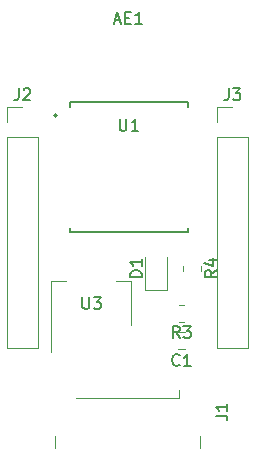
<source format=gbr>
%TF.GenerationSoftware,KiCad,Pcbnew,(5.1.10)-1*%
%TF.CreationDate,2021-07-31T00:05:09+08:00*%
%TF.ProjectId,ESP_Keychain,4553505f-4b65-4796-9368-61696e2e6b69,rev?*%
%TF.SameCoordinates,Original*%
%TF.FileFunction,Legend,Top*%
%TF.FilePolarity,Positive*%
%FSLAX46Y46*%
G04 Gerber Fmt 4.6, Leading zero omitted, Abs format (unit mm)*
G04 Created by KiCad (PCBNEW (5.1.10)-1) date 2021-07-31 00:05:09*
%MOMM*%
%LPD*%
G01*
G04 APERTURE LIST*
%ADD10C,0.120000*%
%ADD11C,0.127000*%
%ADD12C,0.200000*%
%ADD13C,0.150000*%
G04 APERTURE END LIST*
D10*
%TO.C,R4*%
X116686000Y-75972936D02*
X116686000Y-76427064D01*
X115216000Y-75972936D02*
X115216000Y-76427064D01*
%TO.C,D1*%
X111943000Y-75209000D02*
X111943000Y-78069000D01*
X111943000Y-78069000D02*
X113863000Y-78069000D01*
X113863000Y-78069000D02*
X113863000Y-75209000D01*
%TO.C,U3*%
X110801200Y-77287200D02*
X109541200Y-77287200D01*
X103981200Y-77287200D02*
X105241200Y-77287200D01*
X110801200Y-81047200D02*
X110801200Y-77287200D01*
X103981200Y-83297200D02*
X103981200Y-77287200D01*
D11*
%TO.C,U1*%
X105591600Y-62515600D02*
X105591600Y-62165600D01*
X105591600Y-62165600D02*
X115591600Y-62165600D01*
X115591600Y-62165600D02*
X115591600Y-62515600D01*
X105591600Y-72815600D02*
X105591600Y-73165600D01*
X105591600Y-73165600D02*
X115591600Y-73165600D01*
X115591600Y-73165600D02*
X115591600Y-72815600D01*
D12*
X104491600Y-63265600D02*
G75*
G03*
X104491600Y-63265600I-100000J0D01*
G01*
D10*
%TO.C,R3*%
X115289064Y-80745000D02*
X114834936Y-80745000D01*
X115289064Y-79275000D02*
X114834936Y-79275000D01*
%TO.C,J3*%
X118050000Y-82965600D02*
X120710000Y-82965600D01*
X118050000Y-65125600D02*
X118050000Y-82965600D01*
X120710000Y-65125600D02*
X120710000Y-82965600D01*
X118050000Y-65125600D02*
X120710000Y-65125600D01*
X118050000Y-63855600D02*
X118050000Y-62525600D01*
X118050000Y-62525600D02*
X119380000Y-62525600D01*
%TO.C,J2*%
X100270000Y-82965600D02*
X102930000Y-82965600D01*
X100270000Y-65125600D02*
X100270000Y-82965600D01*
X102930000Y-65125600D02*
X102930000Y-82965600D01*
X100270000Y-65125600D02*
X102930000Y-65125600D01*
X100270000Y-63855600D02*
X100270000Y-62525600D01*
X100270000Y-62525600D02*
X101600000Y-62525600D01*
%TO.C,J1*%
X114890000Y-87230000D02*
X106090000Y-87230000D01*
X116635000Y-90400000D02*
X116635000Y-91450000D01*
X104345000Y-90400000D02*
X104345000Y-91450000D01*
X114890000Y-87230000D02*
X114890000Y-86475000D01*
%TO.C,C1*%
X115323252Y-83081800D02*
X114800748Y-83081800D01*
X115323252Y-81611800D02*
X114800748Y-81611800D01*
%TO.C,R4*%
D13*
X118053380Y-76366666D02*
X117577190Y-76700000D01*
X118053380Y-76938095D02*
X117053380Y-76938095D01*
X117053380Y-76557142D01*
X117101000Y-76461904D01*
X117148619Y-76414285D01*
X117243857Y-76366666D01*
X117386714Y-76366666D01*
X117481952Y-76414285D01*
X117529571Y-76461904D01*
X117577190Y-76557142D01*
X117577190Y-76938095D01*
X117386714Y-75509523D02*
X118053380Y-75509523D01*
X117005761Y-75747619D02*
X117720047Y-75985714D01*
X117720047Y-75366666D01*
%TO.C,D1*%
X111705380Y-76947095D02*
X110705380Y-76947095D01*
X110705380Y-76709000D01*
X110753000Y-76566142D01*
X110848238Y-76470904D01*
X110943476Y-76423285D01*
X111133952Y-76375666D01*
X111276809Y-76375666D01*
X111467285Y-76423285D01*
X111562523Y-76470904D01*
X111657761Y-76566142D01*
X111705380Y-76709000D01*
X111705380Y-76947095D01*
X111705380Y-75423285D02*
X111705380Y-75994714D01*
X111705380Y-75709000D02*
X110705380Y-75709000D01*
X110848238Y-75804238D01*
X110943476Y-75899476D01*
X110991095Y-75994714D01*
%TO.C,U3*%
X106680095Y-78649580D02*
X106680095Y-79459104D01*
X106727714Y-79554342D01*
X106775333Y-79601961D01*
X106870571Y-79649580D01*
X107061047Y-79649580D01*
X107156285Y-79601961D01*
X107203904Y-79554342D01*
X107251523Y-79459104D01*
X107251523Y-78649580D01*
X107632476Y-78649580D02*
X108251523Y-78649580D01*
X107918190Y-79030533D01*
X108061047Y-79030533D01*
X108156285Y-79078152D01*
X108203904Y-79125771D01*
X108251523Y-79221009D01*
X108251523Y-79459104D01*
X108203904Y-79554342D01*
X108156285Y-79601961D01*
X108061047Y-79649580D01*
X107775333Y-79649580D01*
X107680095Y-79601961D01*
X107632476Y-79554342D01*
%TO.C,U1*%
X109829695Y-63561980D02*
X109829695Y-64371504D01*
X109877314Y-64466742D01*
X109924933Y-64514361D01*
X110020171Y-64561980D01*
X110210647Y-64561980D01*
X110305885Y-64514361D01*
X110353504Y-64466742D01*
X110401123Y-64371504D01*
X110401123Y-63561980D01*
X111401123Y-64561980D02*
X110829695Y-64561980D01*
X111115409Y-64561980D02*
X111115409Y-63561980D01*
X111020171Y-63704838D01*
X110924933Y-63800076D01*
X110829695Y-63847695D01*
%TO.C,R3*%
X114895333Y-82112380D02*
X114562000Y-81636190D01*
X114323904Y-82112380D02*
X114323904Y-81112380D01*
X114704857Y-81112380D01*
X114800095Y-81160000D01*
X114847714Y-81207619D01*
X114895333Y-81302857D01*
X114895333Y-81445714D01*
X114847714Y-81540952D01*
X114800095Y-81588571D01*
X114704857Y-81636190D01*
X114323904Y-81636190D01*
X115228666Y-81112380D02*
X115847714Y-81112380D01*
X115514380Y-81493333D01*
X115657238Y-81493333D01*
X115752476Y-81540952D01*
X115800095Y-81588571D01*
X115847714Y-81683809D01*
X115847714Y-81921904D01*
X115800095Y-82017142D01*
X115752476Y-82064761D01*
X115657238Y-82112380D01*
X115371523Y-82112380D01*
X115276285Y-82064761D01*
X115228666Y-82017142D01*
%TO.C,J3*%
X119046666Y-60977980D02*
X119046666Y-61692266D01*
X118999047Y-61835123D01*
X118903809Y-61930361D01*
X118760952Y-61977980D01*
X118665714Y-61977980D01*
X119427619Y-60977980D02*
X120046666Y-60977980D01*
X119713333Y-61358933D01*
X119856190Y-61358933D01*
X119951428Y-61406552D01*
X119999047Y-61454171D01*
X120046666Y-61549409D01*
X120046666Y-61787504D01*
X119999047Y-61882742D01*
X119951428Y-61930361D01*
X119856190Y-61977980D01*
X119570476Y-61977980D01*
X119475238Y-61930361D01*
X119427619Y-61882742D01*
%TO.C,J2*%
X101266666Y-60977980D02*
X101266666Y-61692266D01*
X101219047Y-61835123D01*
X101123809Y-61930361D01*
X100980952Y-61977980D01*
X100885714Y-61977980D01*
X101695238Y-61073219D02*
X101742857Y-61025600D01*
X101838095Y-60977980D01*
X102076190Y-60977980D01*
X102171428Y-61025600D01*
X102219047Y-61073219D01*
X102266666Y-61168457D01*
X102266666Y-61263695D01*
X102219047Y-61406552D01*
X101647619Y-61977980D01*
X102266666Y-61977980D01*
%TO.C,J1*%
X117942380Y-88683333D02*
X118656666Y-88683333D01*
X118799523Y-88730952D01*
X118894761Y-88826190D01*
X118942380Y-88969047D01*
X118942380Y-89064285D01*
X118942380Y-87683333D02*
X118942380Y-88254761D01*
X118942380Y-87969047D02*
X117942380Y-87969047D01*
X118085238Y-88064285D01*
X118180476Y-88159523D01*
X118228095Y-88254761D01*
%TO.C,C1*%
X114895333Y-84383942D02*
X114847714Y-84431561D01*
X114704857Y-84479180D01*
X114609619Y-84479180D01*
X114466761Y-84431561D01*
X114371523Y-84336323D01*
X114323904Y-84241085D01*
X114276285Y-84050609D01*
X114276285Y-83907752D01*
X114323904Y-83717276D01*
X114371523Y-83622038D01*
X114466761Y-83526800D01*
X114609619Y-83479180D01*
X114704857Y-83479180D01*
X114847714Y-83526800D01*
X114895333Y-83574419D01*
X115847714Y-84479180D02*
X115276285Y-84479180D01*
X115562000Y-84479180D02*
X115562000Y-83479180D01*
X115466761Y-83622038D01*
X115371523Y-83717276D01*
X115276285Y-83764895D01*
%TO.C,AE1*%
X109402933Y-55224666D02*
X109879123Y-55224666D01*
X109307695Y-55510380D02*
X109641028Y-54510380D01*
X109974361Y-55510380D01*
X110307695Y-54986571D02*
X110641028Y-54986571D01*
X110783885Y-55510380D02*
X110307695Y-55510380D01*
X110307695Y-54510380D01*
X110783885Y-54510380D01*
X111736266Y-55510380D02*
X111164838Y-55510380D01*
X111450552Y-55510380D02*
X111450552Y-54510380D01*
X111355314Y-54653238D01*
X111260076Y-54748476D01*
X111164838Y-54796095D01*
%TD*%
M02*

</source>
